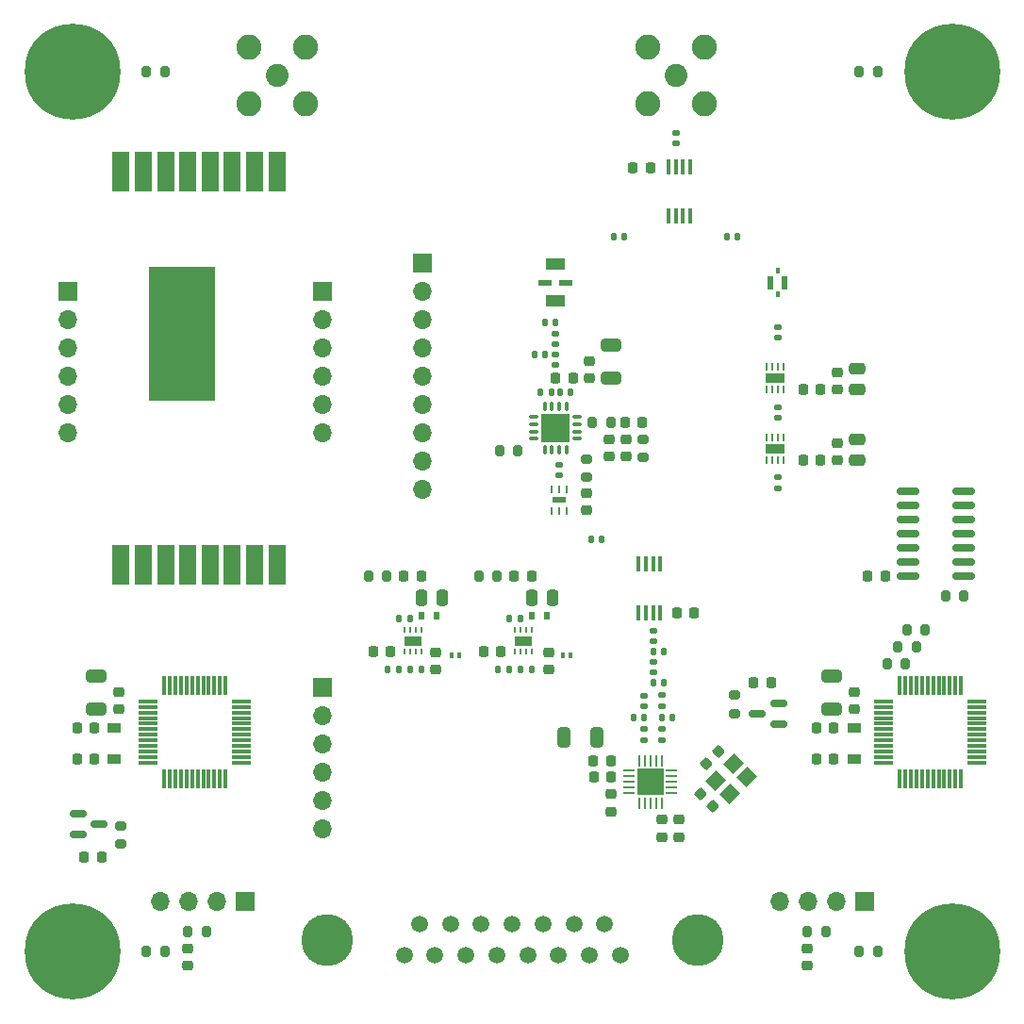
<source format=gbr>
%TF.GenerationSoftware,KiCad,Pcbnew,(6.0.8)*%
%TF.CreationDate,2023-01-27T09:46:54-08:00*%
%TF.ProjectId,RF_Board,52465f42-6f61-4726-942e-6b696361645f,rev?*%
%TF.SameCoordinates,Original*%
%TF.FileFunction,Soldermask,Top*%
%TF.FilePolarity,Negative*%
%FSLAX46Y46*%
G04 Gerber Fmt 4.6, Leading zero omitted, Abs format (unit mm)*
G04 Created by KiCad (PCBNEW (6.0.8)) date 2023-01-27 09:46:54*
%MOMM*%
%LPD*%
G01*
G04 APERTURE LIST*
G04 Aperture macros list*
%AMRoundRect*
0 Rectangle with rounded corners*
0 $1 Rounding radius*
0 $2 $3 $4 $5 $6 $7 $8 $9 X,Y pos of 4 corners*
0 Add a 4 corners polygon primitive as box body*
4,1,4,$2,$3,$4,$5,$6,$7,$8,$9,$2,$3,0*
0 Add four circle primitives for the rounded corners*
1,1,$1+$1,$2,$3*
1,1,$1+$1,$4,$5*
1,1,$1+$1,$6,$7*
1,1,$1+$1,$8,$9*
0 Add four rect primitives between the rounded corners*
20,1,$1+$1,$2,$3,$4,$5,0*
20,1,$1+$1,$4,$5,$6,$7,0*
20,1,$1+$1,$6,$7,$8,$9,0*
20,1,$1+$1,$8,$9,$2,$3,0*%
%AMRotRect*
0 Rectangle, with rotation*
0 The origin of the aperture is its center*
0 $1 length*
0 $2 width*
0 $3 Rotation angle, in degrees counterclockwise*
0 Add horizontal line*
21,1,$1,$2,0,0,$3*%
G04 Aperture macros list end*
%ADD10R,0.355600X0.558800*%
%ADD11R,0.558800X1.244600*%
%ADD12RoundRect,0.218750X0.218750X0.256250X-0.218750X0.256250X-0.218750X-0.256250X0.218750X-0.256250X0*%
%ADD13RoundRect,0.140000X0.170000X-0.140000X0.170000X0.140000X-0.170000X0.140000X-0.170000X-0.140000X0*%
%ADD14RoundRect,0.140000X-0.140000X-0.170000X0.140000X-0.170000X0.140000X0.170000X-0.140000X0.170000X0*%
%ADD15RoundRect,0.225000X-0.250000X0.225000X-0.250000X-0.225000X0.250000X-0.225000X0.250000X0.225000X0*%
%ADD16RoundRect,0.135000X0.135000X0.185000X-0.135000X0.185000X-0.135000X-0.185000X0.135000X-0.185000X0*%
%ADD17RoundRect,0.200000X0.200000X0.275000X-0.200000X0.275000X-0.200000X-0.275000X0.200000X-0.275000X0*%
%ADD18R,1.700000X1.700000*%
%ADD19O,1.700000X1.700000*%
%ADD20RoundRect,0.225000X0.225000X0.250000X-0.225000X0.250000X-0.225000X-0.250000X0.225000X-0.250000X0*%
%ADD21RoundRect,0.140000X0.140000X0.170000X-0.140000X0.170000X-0.140000X-0.170000X0.140000X-0.170000X0*%
%ADD22RoundRect,0.225000X-0.225000X-0.250000X0.225000X-0.250000X0.225000X0.250000X-0.225000X0.250000X0*%
%ADD23RotRect,1.400000X1.200000X225.000000*%
%ADD24R,0.203200X0.660400*%
%ADD25R,1.193800X0.609600*%
%ADD26RoundRect,0.218750X-0.218750X-0.256250X0.218750X-0.256250X0.218750X0.256250X-0.218750X0.256250X0*%
%ADD27RoundRect,0.250000X0.250000X0.475000X-0.250000X0.475000X-0.250000X-0.475000X0.250000X-0.475000X0*%
%ADD28RoundRect,0.011200X-0.768800X-0.128800X0.768800X-0.128800X0.768800X0.128800X-0.768800X0.128800X0*%
%ADD29RoundRect,0.011200X0.128800X-0.768800X0.128800X0.768800X-0.128800X0.768800X-0.128800X-0.768800X0*%
%ADD30RoundRect,0.250000X-0.650000X0.325000X-0.650000X-0.325000X0.650000X-0.325000X0.650000X0.325000X0*%
%ADD31RoundRect,0.250000X-0.475000X0.250000X-0.475000X-0.250000X0.475000X-0.250000X0.475000X0.250000X0*%
%ADD32RoundRect,0.200000X-0.200000X-0.275000X0.200000X-0.275000X0.200000X0.275000X-0.200000X0.275000X0*%
%ADD33RoundRect,0.225000X0.335876X0.017678X0.017678X0.335876X-0.335876X-0.017678X-0.017678X-0.335876X0*%
%ADD34C,1.500000*%
%ADD35C,4.650000*%
%ADD36RoundRect,0.200000X0.275000X-0.200000X0.275000X0.200000X-0.275000X0.200000X-0.275000X-0.200000X0*%
%ADD37RoundRect,0.075000X0.075000X-0.337500X0.075000X0.337500X-0.075000X0.337500X-0.075000X-0.337500X0*%
%ADD38RoundRect,0.075000X0.337500X-0.075000X0.337500X0.075000X-0.337500X0.075000X-0.337500X-0.075000X0*%
%ADD39R,2.500000X2.500000*%
%ADD40RoundRect,0.225000X0.250000X-0.225000X0.250000X0.225000X-0.250000X0.225000X-0.250000X-0.225000X0*%
%ADD41R,1.524000X3.556000*%
%ADD42R,6.000000X12.000000*%
%ADD43RoundRect,0.147500X-0.147500X-0.172500X0.147500X-0.172500X0.147500X0.172500X-0.147500X0.172500X0*%
%ADD44R,0.249999X0.499999*%
%ADD45R,1.599999X0.900001*%
%ADD46R,0.304800X0.558800*%
%ADD47R,0.431800X1.397000*%
%ADD48RoundRect,0.147500X0.172500X-0.147500X0.172500X0.147500X-0.172500X0.147500X-0.172500X-0.147500X0*%
%ADD49RoundRect,0.200000X-0.275000X0.200000X-0.275000X-0.200000X0.275000X-0.200000X0.275000X0.200000X0*%
%ADD50R,0.254000X0.660400*%
%ADD51R,1.651000X0.889000*%
%ADD52C,2.050000*%
%ADD53C,2.250000*%
%ADD54RoundRect,0.150000X0.587500X0.150000X-0.587500X0.150000X-0.587500X-0.150000X0.587500X-0.150000X0*%
%ADD55R,0.600000X0.700000*%
%ADD56RoundRect,0.250000X-0.325000X-0.650000X0.325000X-0.650000X0.325000X0.650000X-0.325000X0.650000X0*%
%ADD57C,8.600000*%
%ADD58C,0.900000*%
%ADD59RoundRect,0.150000X-0.587500X-0.150000X0.587500X-0.150000X0.587500X0.150000X-0.587500X0.150000X0*%
%ADD60RoundRect,0.225000X-0.017678X0.335876X-0.335876X0.017678X0.017678X-0.335876X0.335876X-0.017678X0*%
%ADD61RoundRect,0.150000X0.825000X0.150000X-0.825000X0.150000X-0.825000X-0.150000X0.825000X-0.150000X0*%
%ADD62RoundRect,0.250000X0.650000X-0.325000X0.650000X0.325000X-0.650000X0.325000X-0.650000X-0.325000X0*%
%ADD63RoundRect,0.062500X0.062500X-0.425000X0.062500X0.425000X-0.062500X0.425000X-0.062500X-0.425000X0*%
%ADD64RoundRect,0.062500X0.425000X-0.062500X0.425000X0.062500X-0.425000X0.062500X-0.425000X-0.062500X0*%
%ADD65R,2.400000X2.400000*%
%ADD66R,1.295400X0.965200*%
%ADD67R,1.803400X1.041400*%
%ADD68R,1.244600X0.609600*%
G04 APERTURE END LIST*
D10*
%TO.C,U9*%
X68830063Y-23379300D03*
D11*
X69477763Y-24408000D03*
D10*
X68830063Y-25436700D03*
D11*
X68182363Y-24408000D03*
%TD*%
D12*
%TO.C,L1*%
X72695000Y-40386000D03*
X71120000Y-40386000D03*
%TD*%
D13*
%TO.C,C35*%
X57658000Y-56656000D03*
X57658000Y-55696000D03*
%TD*%
D14*
%TO.C,C21*%
X46993004Y-30891282D03*
X47953004Y-30891282D03*
%TD*%
D15*
%TO.C,C15*%
X55245000Y-38481000D03*
X55245000Y-40031000D03*
%TD*%
D16*
%TO.C,R23*%
X35814000Y-54549000D03*
X34794000Y-54549000D03*
%TD*%
D14*
%TO.C,C29*%
X55908000Y-63500000D03*
X56868000Y-63500000D03*
%TD*%
D17*
%TO.C,R12*%
X77825000Y-5500000D03*
X76175000Y-5500000D03*
%TD*%
D12*
%TO.C,D6*%
X8122500Y-75971000D03*
X6547500Y-75971000D03*
%TD*%
D18*
%TO.C,J6*%
X27949000Y-25168000D03*
D19*
X27949000Y-27708000D03*
X27949000Y-30248000D03*
X27949000Y-32788000D03*
X27949000Y-35328000D03*
X27949000Y-37868000D03*
%TD*%
D20*
%TO.C,R5*%
X53873000Y-68834000D03*
X52323000Y-68834000D03*
%TD*%
D21*
%TO.C,C1*%
X53058000Y-47498000D03*
X52098000Y-47498000D03*
%TD*%
D22*
%TO.C,C41*%
X72307000Y-67157600D03*
X73857000Y-67157600D03*
%TD*%
D14*
%TO.C,C22*%
X47935000Y-27966000D03*
X48895000Y-27966000D03*
%TD*%
D23*
%TO.C,Y1*%
X64855784Y-67582234D03*
X63300149Y-69137869D03*
X64502230Y-70339950D03*
X66057865Y-68784315D03*
%TD*%
D22*
%TO.C,C23*%
X55109000Y-36957000D03*
X56659000Y-36957000D03*
%TD*%
D21*
%TO.C,C32*%
X58618000Y-57550000D03*
X57658000Y-57550000D03*
%TD*%
D15*
%TO.C,C55*%
X71501000Y-84201000D03*
X71501000Y-85751000D03*
%TD*%
D24*
%TO.C,U6*%
X48564800Y-44923900D03*
X49225200Y-44923900D03*
X49885600Y-44923900D03*
X49885600Y-42968100D03*
X49225200Y-42968100D03*
X48564800Y-42968100D03*
D25*
X49225200Y-43946000D03*
%TD*%
D15*
%TO.C,C47*%
X58420000Y-72645000D03*
X58420000Y-74195000D03*
%TD*%
D26*
%TO.C,D4*%
X45161000Y-50800000D03*
X46736000Y-50800000D03*
%TD*%
D17*
%TO.C,R2*%
X45518000Y-39497000D03*
X43868000Y-39497000D03*
%TD*%
D27*
%TO.C,C50*%
X48636000Y-52705000D03*
X46736000Y-52705000D03*
%TD*%
D15*
%TO.C,C54*%
X51689000Y-43307000D03*
X51689000Y-44857000D03*
%TD*%
D28*
%TO.C,U2*%
X78370000Y-62020000D03*
X78370000Y-62520000D03*
X78370000Y-63020000D03*
X78370000Y-63520000D03*
X78370000Y-64020000D03*
X78370000Y-64520000D03*
X78370000Y-65020000D03*
X78370000Y-65520000D03*
X78370000Y-66020000D03*
X78370000Y-66520000D03*
X78370000Y-67020000D03*
X78370000Y-67520000D03*
D29*
X79800000Y-68950000D03*
X80300000Y-68950000D03*
X80800000Y-68950000D03*
X81300000Y-68950000D03*
X81800000Y-68950000D03*
X82300000Y-68950000D03*
X82800000Y-68950000D03*
X83300000Y-68950000D03*
X83800000Y-68950000D03*
X84300000Y-68950000D03*
X84800000Y-68950000D03*
X85300000Y-68950000D03*
D28*
X86730000Y-67520000D03*
X86730000Y-67020000D03*
X86730000Y-66520000D03*
X86730000Y-66020000D03*
X86730000Y-65520000D03*
X86730000Y-65020000D03*
X86730000Y-64520000D03*
X86730000Y-64020000D03*
X86730000Y-63520000D03*
X86730000Y-63020000D03*
X86730000Y-62520000D03*
X86730000Y-62020000D03*
D29*
X85300000Y-60590000D03*
X84800000Y-60590000D03*
X84300000Y-60590000D03*
X83800000Y-60590000D03*
X83300000Y-60590000D03*
X82800000Y-60590000D03*
X82300000Y-60590000D03*
X81800000Y-60590000D03*
X81300000Y-60590000D03*
X80800000Y-60590000D03*
X80300000Y-60590000D03*
X79800000Y-60590000D03*
%TD*%
D17*
%TO.C,R25*%
X17525000Y-82677000D03*
X15875000Y-82677000D03*
%TD*%
D26*
%TO.C,D5*%
X66675000Y-60325000D03*
X68250000Y-60325000D03*
%TD*%
D22*
%TO.C,C42*%
X5943000Y-64414400D03*
X7493000Y-64414400D03*
%TD*%
D27*
%TO.C,C53*%
X38730000Y-52705000D03*
X36830000Y-52705000D03*
%TD*%
D30*
%TO.C,C39*%
X73660000Y-59788000D03*
X73660000Y-62738000D03*
%TD*%
D31*
%TO.C,C7*%
X75946000Y-38486000D03*
X75946000Y-40386000D03*
%TD*%
D32*
%TO.C,R13*%
X12175000Y-5500000D03*
X13825000Y-5500000D03*
%TD*%
D33*
%TO.C,C33*%
X63032008Y-71414008D03*
X61935992Y-70317992D03*
%TD*%
D18*
%TO.C,J9*%
X36949000Y-22628000D03*
D19*
X36949000Y-25168000D03*
X36949000Y-27708000D03*
X36949000Y-30248000D03*
X36949000Y-32788000D03*
X36949000Y-35328000D03*
X36949000Y-37868000D03*
X36949000Y-40408000D03*
X36949000Y-42948000D03*
%TD*%
D13*
%TO.C,C28*%
X56868000Y-65480000D03*
X56868000Y-64520000D03*
%TD*%
%TO.C,C9*%
X49225200Y-41755000D03*
X49225200Y-40795000D03*
%TD*%
D34*
%TO.C,J8*%
X35305000Y-84840000D03*
X38075000Y-84840000D03*
X40845000Y-84840000D03*
X43615000Y-84840000D03*
X46385000Y-84840000D03*
X49155000Y-84840000D03*
X51925000Y-84840000D03*
X54695000Y-84840000D03*
X36690000Y-82000000D03*
X39460000Y-82000000D03*
X42230000Y-82000000D03*
X45000000Y-82000000D03*
X47770000Y-82000000D03*
X50540000Y-82000000D03*
X53310000Y-82000000D03*
D35*
X28350000Y-83420000D03*
X61650000Y-83420000D03*
%TD*%
D36*
%TO.C,R3*%
X51689000Y-41909000D03*
X51689000Y-40259000D03*
%TD*%
D18*
%TO.C,J7*%
X27949000Y-60728000D03*
D19*
X27949000Y-63268000D03*
X27949000Y-65808000D03*
X27949000Y-68348000D03*
X27949000Y-70888000D03*
X27949000Y-73428000D03*
%TD*%
D37*
%TO.C,U7*%
X47920000Y-39402500D03*
X48570000Y-39402500D03*
X49220000Y-39402500D03*
X49870000Y-39402500D03*
D38*
X50832500Y-38440000D03*
X50832500Y-37790000D03*
X50832500Y-37140000D03*
X50832500Y-36490000D03*
D37*
X49870000Y-35527500D03*
X49220000Y-35527500D03*
X48570000Y-35527500D03*
X47920000Y-35527500D03*
D38*
X46957500Y-36490000D03*
X46957500Y-37140000D03*
X46957500Y-37790000D03*
X46957500Y-38440000D03*
D39*
X48895000Y-37465000D03*
%TD*%
D22*
%TO.C,C12*%
X59811499Y-54102000D03*
X61361499Y-54102000D03*
%TD*%
D18*
%TO.C,J5*%
X5089000Y-25168000D03*
D19*
X5089000Y-27708000D03*
X5089000Y-30248000D03*
X5089000Y-32788000D03*
X5089000Y-35328000D03*
X5089000Y-37868000D03*
%TD*%
D40*
%TO.C,C38*%
X75692000Y-62738000D03*
X75692000Y-61188000D03*
%TD*%
D17*
%TO.C,R24*%
X73151000Y-82677000D03*
X71501000Y-82677000D03*
%TD*%
D41*
%TO.C,U13*%
X9876000Y-49784000D03*
X11876000Y-49784000D03*
X13876000Y-49784000D03*
X15876000Y-49784000D03*
X17876000Y-49784000D03*
X19876000Y-49784000D03*
X21876000Y-49784000D03*
X23876000Y-49784000D03*
X9876000Y-14478000D03*
X11876000Y-14478000D03*
X13876000Y-14478000D03*
X15876000Y-14478000D03*
X17876000Y-14478000D03*
X19876000Y-14478000D03*
X21876000Y-14478000D03*
X23876000Y-14478000D03*
D42*
X15376000Y-28978000D03*
%TD*%
D13*
%TO.C,C2*%
X68834000Y-42870000D03*
X68834000Y-41910000D03*
%TD*%
D43*
%TO.C,L4*%
X58420000Y-63500000D03*
X59390000Y-63500000D03*
%TD*%
D44*
%TO.C,U15*%
X35331002Y-57531001D03*
X35831001Y-57531001D03*
X36331003Y-57531001D03*
X36831001Y-57531001D03*
X36831001Y-55630999D03*
X36331003Y-55630999D03*
X35831001Y-55630999D03*
X35331002Y-55630999D03*
D45*
X36081000Y-56581000D03*
%TD*%
D46*
%TO.C,D1*%
X49576401Y-57850999D03*
X50271599Y-57850999D03*
%TD*%
D15*
%TO.C,C36*%
X53848000Y-70358000D03*
X53848000Y-71908000D03*
%TD*%
D13*
%TO.C,C27*%
X58420000Y-65480000D03*
X58420000Y-64520000D03*
%TD*%
D15*
%TO.C,C26*%
X59944000Y-72645000D03*
X59944000Y-74195000D03*
%TD*%
D47*
%TO.C,U4*%
X56358000Y-54102000D03*
X57007998Y-54102000D03*
X57658000Y-54102000D03*
X58307998Y-54102000D03*
X58307998Y-49707800D03*
X57658000Y-49707800D03*
X57007998Y-49707800D03*
X56358000Y-49707800D03*
%TD*%
D20*
%TO.C,C13*%
X57404000Y-14097000D03*
X55854000Y-14097000D03*
%TD*%
D22*
%TO.C,C46*%
X52298000Y-67360000D03*
X53848000Y-67360000D03*
%TD*%
D48*
%TO.C,L6*%
X57658000Y-59436000D03*
X57658000Y-58466000D03*
%TD*%
D32*
%TO.C,R14*%
X12175000Y-84500000D03*
X13825000Y-84500000D03*
%TD*%
D21*
%TO.C,C31*%
X58618000Y-60325000D03*
X57658000Y-60325000D03*
%TD*%
D49*
%TO.C,R16*%
X64922500Y-61469000D03*
X64922500Y-63119000D03*
%TD*%
D50*
%TO.C,U10*%
X69330189Y-38310300D03*
X68830063Y-38310300D03*
X68329937Y-38310300D03*
X67829811Y-38310300D03*
X67829811Y-40367700D03*
X68329937Y-40367700D03*
X68830063Y-40367700D03*
X69330189Y-40367700D03*
D51*
X68580000Y-39339000D03*
%TD*%
D13*
%TO.C,C30*%
X58420000Y-62428000D03*
X58420000Y-61468000D03*
%TD*%
D15*
%TO.C,C14*%
X53721000Y-38481000D03*
X53721000Y-40031000D03*
%TD*%
D32*
%TO.C,R4*%
X52197000Y-36957000D03*
X53847000Y-36957000D03*
%TD*%
D44*
%TO.C,U14*%
X45237002Y-57531000D03*
X45737001Y-57531000D03*
X46237003Y-57531000D03*
X46737001Y-57531000D03*
X46737001Y-55630998D03*
X46237003Y-55630998D03*
X45737001Y-55630998D03*
X45237002Y-55630998D03*
D45*
X45987000Y-56580999D03*
%TD*%
D16*
%TO.C,R20*%
X45720000Y-54548999D03*
X44700000Y-54548999D03*
%TD*%
D15*
%TO.C,C51*%
X38113003Y-57645000D03*
X38113003Y-59195000D03*
%TD*%
D48*
%TO.C,L5*%
X56868000Y-62461000D03*
X56868000Y-61491000D03*
%TD*%
D31*
%TO.C,C10*%
X75946000Y-32136000D03*
X75946000Y-34036000D03*
%TD*%
D32*
%TO.C,R8*%
X80455000Y-55626000D03*
X82105000Y-55626000D03*
%TD*%
D16*
%TO.C,R21*%
X36843000Y-59121000D03*
X35823000Y-59121000D03*
%TD*%
D15*
%TO.C,C8*%
X74168000Y-38836000D03*
X74168000Y-40386000D03*
%TD*%
D17*
%TO.C,R6*%
X33756500Y-50800000D03*
X32106500Y-50800000D03*
%TD*%
D32*
%TO.C,R9*%
X78677000Y-58674000D03*
X80327000Y-58674000D03*
%TD*%
D52*
%TO.C,J3*%
X23876000Y-5842000D03*
D53*
X26416000Y-8382000D03*
X26416000Y-3302000D03*
X21336000Y-3302000D03*
X21336000Y-8382000D03*
%TD*%
D21*
%TO.C,C6*%
X65250000Y-20320000D03*
X64290000Y-20320000D03*
%TD*%
D54*
%TO.C,Q1*%
X68908000Y-64069000D03*
X68908000Y-62169000D03*
X67033000Y-63119000D03*
%TD*%
D15*
%TO.C,C11*%
X74168000Y-32486000D03*
X74168000Y-34036000D03*
%TD*%
D55*
%TO.C,D2*%
X46736000Y-54356000D03*
X48136000Y-54356000D03*
%TD*%
D56*
%TO.C,C37*%
X49628000Y-65278000D03*
X52578000Y-65278000D03*
%TD*%
D22*
%TO.C,C44*%
X5943000Y-67157600D03*
X7493000Y-67157600D03*
%TD*%
D16*
%TO.C,R18*%
X46749000Y-59120999D03*
X45729000Y-59120999D03*
%TD*%
D14*
%TO.C,C5*%
X54130000Y-20320000D03*
X55090000Y-20320000D03*
%TD*%
D13*
%TO.C,C4*%
X68830063Y-29388000D03*
X68830063Y-28428000D03*
%TD*%
D57*
%TO.C,H3*%
X5500000Y-84500000D03*
D58*
X5500000Y-87725000D03*
X3219581Y-86780419D03*
X7780419Y-82219581D03*
X7780419Y-86780419D03*
X2275000Y-84500000D03*
X3219581Y-82219581D03*
X5500000Y-81275000D03*
X8725000Y-84500000D03*
%TD*%
D32*
%TO.C,R10*%
X79634000Y-57150000D03*
X81284000Y-57150000D03*
%TD*%
D40*
%TO.C,C19*%
X51943000Y-33020000D03*
X51943000Y-31470000D03*
%TD*%
D28*
%TO.C,U1*%
X12330000Y-62020000D03*
X12330000Y-62520000D03*
X12330000Y-63020000D03*
X12330000Y-63520000D03*
X12330000Y-64020000D03*
X12330000Y-64520000D03*
X12330000Y-65020000D03*
X12330000Y-65520000D03*
X12330000Y-66020000D03*
X12330000Y-66520000D03*
X12330000Y-67020000D03*
X12330000Y-67520000D03*
D29*
X13760000Y-68950000D03*
X14260000Y-68950000D03*
X14760000Y-68950000D03*
X15260000Y-68950000D03*
X15760000Y-68950000D03*
X16260000Y-68950000D03*
X16760000Y-68950000D03*
X17260000Y-68950000D03*
X17760000Y-68950000D03*
X18260000Y-68950000D03*
X18760000Y-68950000D03*
X19260000Y-68950000D03*
D28*
X20690000Y-67520000D03*
X20690000Y-67020000D03*
X20690000Y-66520000D03*
X20690000Y-66020000D03*
X20690000Y-65520000D03*
X20690000Y-65020000D03*
X20690000Y-64520000D03*
X20690000Y-64020000D03*
X20690000Y-63520000D03*
X20690000Y-63020000D03*
X20690000Y-62520000D03*
X20690000Y-62020000D03*
D29*
X19260000Y-60590000D03*
X18760000Y-60590000D03*
X18260000Y-60590000D03*
X17760000Y-60590000D03*
X17260000Y-60590000D03*
X16760000Y-60590000D03*
X16260000Y-60590000D03*
X15760000Y-60590000D03*
X15260000Y-60590000D03*
X14760000Y-60590000D03*
X14260000Y-60590000D03*
X13760000Y-60590000D03*
%TD*%
D16*
%TO.C,R22*%
X34811000Y-59121000D03*
X33791000Y-59121000D03*
%TD*%
D57*
%TO.C,H4*%
X84500000Y-84500000D03*
D58*
X84500000Y-87725000D03*
X82219581Y-86780419D03*
X86780419Y-82219581D03*
X86780419Y-86780419D03*
X81275000Y-84500000D03*
X82219581Y-82219581D03*
X84500000Y-81275000D03*
X87725000Y-84500000D03*
%TD*%
D59*
%TO.C,Q2*%
X6047500Y-72075000D03*
X6047500Y-73975000D03*
X7922500Y-73025000D03*
%TD*%
D17*
%TO.C,R11*%
X85552000Y-52578000D03*
X83902000Y-52578000D03*
%TD*%
%TO.C,R7*%
X43662500Y-50800000D03*
X42012500Y-50800000D03*
%TD*%
D57*
%TO.C,H2*%
X5500000Y-5500000D03*
D58*
X5500000Y-8725000D03*
X3219581Y-7780419D03*
X7780419Y-3219581D03*
X7780419Y-7780419D03*
X2275000Y-5500000D03*
X3219581Y-3219581D03*
X5500000Y-2275000D03*
X8725000Y-5500000D03*
%TD*%
D20*
%TO.C,C52*%
X34049000Y-57531000D03*
X32499000Y-57531000D03*
%TD*%
D60*
%TO.C,C34*%
X63540008Y-66507992D03*
X62443992Y-67604008D03*
%TD*%
D50*
%TO.C,U11*%
X69330189Y-31991300D03*
X68830063Y-31991300D03*
X68329937Y-31991300D03*
X67829811Y-31991300D03*
X67829811Y-34048700D03*
X68329937Y-34048700D03*
X68830063Y-34048700D03*
X69330189Y-34048700D03*
D51*
X68580000Y-33020000D03*
%TD*%
D49*
%TO.C,R1*%
X56769000Y-38481000D03*
X56769000Y-40131000D03*
%TD*%
D40*
%TO.C,C43*%
X9652000Y-62738000D03*
X9652000Y-61188000D03*
%TD*%
D20*
%TO.C,C49*%
X43968000Y-57531000D03*
X42418000Y-57531000D03*
%TD*%
%TO.C,C25*%
X78486000Y-50800000D03*
X76936000Y-50800000D03*
%TD*%
D15*
%TO.C,C56*%
X15875000Y-84201000D03*
X15875000Y-85751000D03*
%TD*%
D13*
%TO.C,C3*%
X68830063Y-36548000D03*
X68830063Y-35588000D03*
%TD*%
D18*
%TO.C,J2*%
X76620000Y-80000000D03*
D19*
X74080000Y-80000000D03*
X71540000Y-80000000D03*
X69000000Y-80000000D03*
%TD*%
D55*
%TO.C,D8*%
X36830000Y-54356000D03*
X38230000Y-54356000D03*
%TD*%
D15*
%TO.C,C48*%
X48273006Y-57645000D03*
X48273006Y-59195000D03*
%TD*%
D47*
%TO.C,U5*%
X60990000Y-14058900D03*
X60340002Y-14058900D03*
X59690000Y-14058900D03*
X59040002Y-14058900D03*
X59040002Y-18453100D03*
X59690000Y-18453100D03*
X60340002Y-18453100D03*
X60990000Y-18453100D03*
%TD*%
D14*
%TO.C,C16*%
X49276000Y-34290000D03*
X50236000Y-34290000D03*
%TD*%
D52*
%TO.C,J1*%
X59690000Y-5842000D03*
D53*
X62230000Y-8382000D03*
X62230000Y-3302000D03*
X57150000Y-3302000D03*
X57150000Y-8382000D03*
%TD*%
D61*
%TO.C,U12*%
X85533000Y-50800000D03*
X85533000Y-49530000D03*
X85533000Y-48260000D03*
X85533000Y-46990000D03*
X85533000Y-45720000D03*
X85533000Y-44450000D03*
X85533000Y-43180000D03*
X80583000Y-43180000D03*
X80583000Y-44450000D03*
X80583000Y-45720000D03*
X80583000Y-46990000D03*
X80583000Y-48260000D03*
X80583000Y-49530000D03*
X80583000Y-50800000D03*
%TD*%
D48*
%TO.C,L3*%
X48895000Y-29980000D03*
X48895000Y-29010000D03*
%TD*%
D62*
%TO.C,C18*%
X53848000Y-33020000D03*
X53848000Y-30070000D03*
%TD*%
D63*
%TO.C,U3*%
X56404000Y-71137500D03*
X56904000Y-71137500D03*
X57404000Y-71137500D03*
X57904000Y-71137500D03*
X58404000Y-71137500D03*
D64*
X59291500Y-70250000D03*
X59291500Y-69750000D03*
X59291500Y-69250000D03*
X59291500Y-68750000D03*
X59291500Y-68250000D03*
D63*
X58404000Y-67362500D03*
X57904000Y-67362500D03*
X57404000Y-67362500D03*
X56904000Y-67362500D03*
X56404000Y-67362500D03*
D64*
X55516500Y-68250000D03*
X55516500Y-68750000D03*
X55516500Y-69250000D03*
X55516500Y-69750000D03*
X55516500Y-70250000D03*
D65*
X57404000Y-69250000D03*
%TD*%
D66*
%TO.C,Y3*%
X9271000Y-64414400D03*
X9271000Y-67157600D03*
%TD*%
D26*
%TO.C,D3*%
X35255000Y-50800000D03*
X36830000Y-50800000D03*
%TD*%
D21*
%TO.C,C17*%
X48514000Y-34290000D03*
X47554000Y-34290000D03*
%TD*%
D67*
%TO.C,U8*%
X48895000Y-26035000D03*
D68*
X49822100Y-24409400D03*
D67*
X48895000Y-22783800D03*
D68*
X47967900Y-24409400D03*
%TD*%
D13*
%TO.C,C20*%
X48895000Y-31849000D03*
X48895000Y-30889000D03*
%TD*%
D66*
%TO.C,Y2*%
X75692000Y-64414400D03*
X75692000Y-67157600D03*
%TD*%
D22*
%TO.C,C40*%
X72307000Y-64414400D03*
X73857000Y-64414400D03*
%TD*%
D36*
%TO.C,R17*%
X9875000Y-74827000D03*
X9875000Y-73177000D03*
%TD*%
D16*
%TO.C,R19*%
X44717000Y-59120999D03*
X43697000Y-59120999D03*
%TD*%
D13*
%TO.C,C24*%
X59690000Y-11910000D03*
X59690000Y-10950000D03*
%TD*%
D17*
%TO.C,R15*%
X77825000Y-84500000D03*
X76175000Y-84500000D03*
%TD*%
D18*
%TO.C,J4*%
X21000000Y-80000000D03*
D19*
X18460000Y-80000000D03*
X15920000Y-80000000D03*
X13380000Y-80000000D03*
%TD*%
D57*
%TO.C,H1*%
X84500000Y-5500000D03*
D58*
X84500000Y-8725000D03*
X82219581Y-7780419D03*
X86780419Y-3219581D03*
X86780419Y-7780419D03*
X81275000Y-5500000D03*
X82219581Y-3219581D03*
X84500000Y-2275000D03*
X87725000Y-5500000D03*
%TD*%
D12*
%TO.C,L2*%
X72695000Y-34036000D03*
X71120000Y-34036000D03*
%TD*%
%TO.C,L7*%
X50470000Y-33020000D03*
X48895000Y-33020000D03*
%TD*%
D30*
%TO.C,C45*%
X7620000Y-59788000D03*
X7620000Y-62738000D03*
%TD*%
D46*
%TO.C,D7*%
X39543404Y-57851000D03*
X40238602Y-57851000D03*
%TD*%
M02*

</source>
